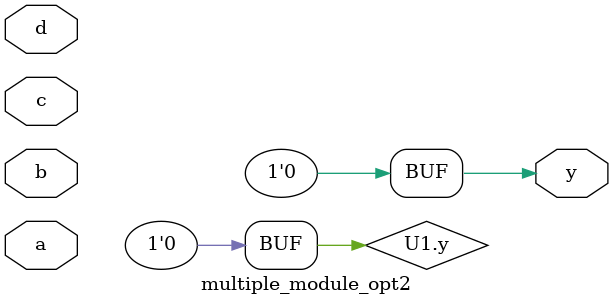
<source format=v>
/* Generated by Yosys 0.9 (git sha1 1979e0b) */

module multiple_module_opt2(a, b, c, d, y);
  wire \U1.y ;
  wire \U2.y ;
  wire \U3.y ;
  input a;
  input b;
  input c;
  input d;
  output y;
  assign \U1.y  = 1'h0 & a;
  assign \U2.y  = c & b;
  assign \U3.y  = d & \U2.y ;
  assign y = \U1.y  & \U3.y ;
endmodule

</source>
